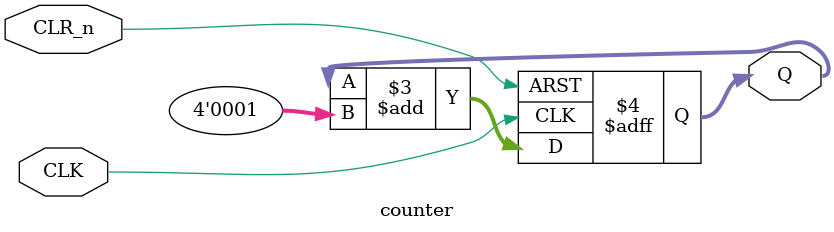
<source format=v>
module counter(CLK,CLR_n,Q);
  input CLK,CLR_n;
  output [3:0]Q;
  reg [3:0]Q;
  always @(posedge CLK or negedge CLR_n)
	if (~CLR_n)
		Q <= 4'b0000;
	else
		Q <= Q + 4'b0001;  
endmodule
</source>
